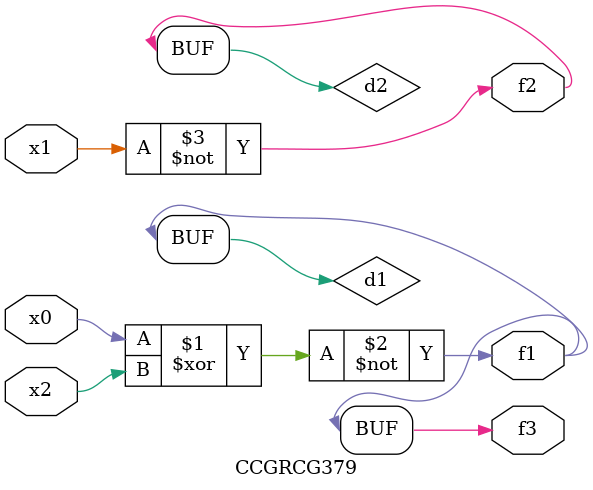
<source format=v>
module CCGRCG379(
	input x0, x1, x2,
	output f1, f2, f3
);

	wire d1, d2, d3;

	xnor (d1, x0, x2);
	nand (d2, x1);
	nor (d3, x1, x2);
	assign f1 = d1;
	assign f2 = d2;
	assign f3 = d1;
endmodule

</source>
